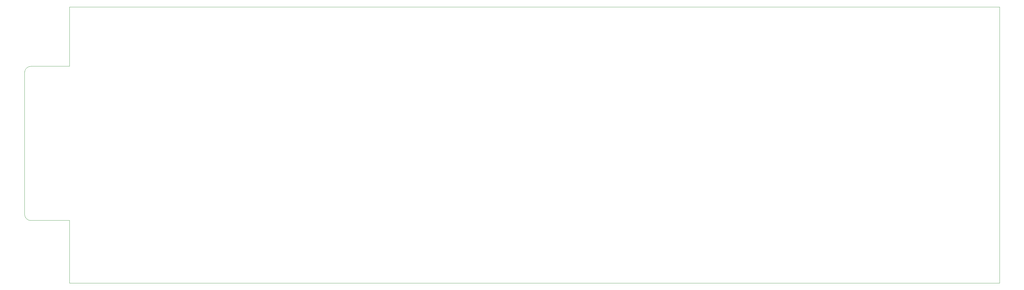
<source format=gbr>
%TF.GenerationSoftware,KiCad,Pcbnew,8.0.7*%
%TF.CreationDate,2025-01-10T02:59:42+01:00*%
%TF.ProjectId,laserboard_2.0,6c617365-7262-46f6-9172-645f322e302e,rev?*%
%TF.SameCoordinates,Original*%
%TF.FileFunction,Profile,NP*%
%FSLAX46Y46*%
G04 Gerber Fmt 4.6, Leading zero omitted, Abs format (unit mm)*
G04 Created by KiCad (PCBNEW 8.0.7) date 2025-01-10 02:59:42*
%MOMM*%
%LPD*%
G01*
G04 APERTURE LIST*
%TA.AperFunction,Profile*%
%ADD10C,0.100000*%
%TD*%
G04 APERTURE END LIST*
D10*
X359250000Y-175103094D02*
X75762748Y-175103094D01*
X75762748Y-156030340D01*
X64009427Y-156030340D01*
X63911095Y-156027885D01*
X63814115Y-156020598D01*
X63718604Y-156008594D01*
X63624679Y-155991989D01*
X63532455Y-155970900D01*
X63442047Y-155945442D01*
X63353573Y-155915732D01*
X63267147Y-155881885D01*
X63182887Y-155844017D01*
X63100908Y-155802244D01*
X63021325Y-155756683D01*
X62944256Y-155707449D01*
X62869815Y-155654658D01*
X62798119Y-155598427D01*
X62729284Y-155538871D01*
X62663426Y-155476106D01*
X62600661Y-155410248D01*
X62541104Y-155341413D01*
X62484873Y-155269717D01*
X62432082Y-155195276D01*
X62382848Y-155118207D01*
X62337287Y-155038625D01*
X62295514Y-154956645D01*
X62257646Y-154872385D01*
X62223799Y-154785959D01*
X62194088Y-154697485D01*
X62168630Y-154607077D01*
X62147541Y-154514853D01*
X62130937Y-154420927D01*
X62118932Y-154325417D01*
X62111645Y-154228437D01*
X62109190Y-154130104D01*
X62109190Y-110952491D01*
X62111645Y-110854159D01*
X62118932Y-110757179D01*
X62130937Y-110661668D01*
X62147541Y-110567743D01*
X62168630Y-110475519D01*
X62194088Y-110385111D01*
X62223799Y-110296637D01*
X62257646Y-110210212D01*
X62295514Y-110125951D01*
X62337287Y-110043972D01*
X62382848Y-109964389D01*
X62432082Y-109887320D01*
X62484873Y-109812879D01*
X62541104Y-109741184D01*
X62600661Y-109672349D01*
X62663426Y-109606491D01*
X62729284Y-109543726D01*
X62798119Y-109484169D01*
X62869815Y-109427938D01*
X62944256Y-109375147D01*
X63021325Y-109325913D01*
X63100908Y-109280351D01*
X63182887Y-109238579D01*
X63267147Y-109200711D01*
X63353573Y-109166864D01*
X63442047Y-109137153D01*
X63532455Y-109111695D01*
X63624679Y-109090606D01*
X63718604Y-109074001D01*
X63814115Y-109061997D01*
X63911095Y-109054710D01*
X64009427Y-109052255D01*
X75762748Y-109052255D01*
X75762748Y-91000000D01*
X359250000Y-91000000D01*
X359250000Y-175103094D01*
M02*

</source>
